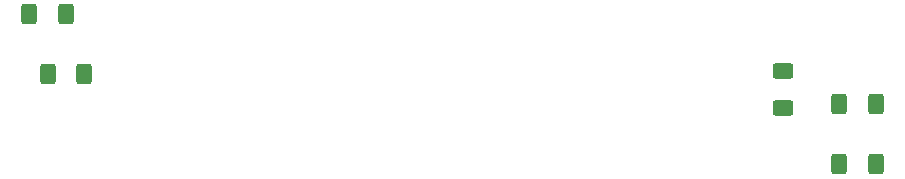
<source format=gbr>
%TF.GenerationSoftware,KiCad,Pcbnew,(6.0.5)*%
%TF.CreationDate,2023-05-16T23:55:54-04:00*%
%TF.ProjectId,as3340_no_mux,61733333-3430-45f6-9e6f-5f6d75782e6b,rev?*%
%TF.SameCoordinates,Original*%
%TF.FileFunction,Paste,Bot*%
%TF.FilePolarity,Positive*%
%FSLAX46Y46*%
G04 Gerber Fmt 4.6, Leading zero omitted, Abs format (unit mm)*
G04 Created by KiCad (PCBNEW (6.0.5)) date 2023-05-16 23:55:54*
%MOMM*%
%LPD*%
G01*
G04 APERTURE LIST*
G04 Aperture macros list*
%AMRoundRect*
0 Rectangle with rounded corners*
0 $1 Rounding radius*
0 $2 $3 $4 $5 $6 $7 $8 $9 X,Y pos of 4 corners*
0 Add a 4 corners polygon primitive as box body*
4,1,4,$2,$3,$4,$5,$6,$7,$8,$9,$2,$3,0*
0 Add four circle primitives for the rounded corners*
1,1,$1+$1,$2,$3*
1,1,$1+$1,$4,$5*
1,1,$1+$1,$6,$7*
1,1,$1+$1,$8,$9*
0 Add four rect primitives between the rounded corners*
20,1,$1+$1,$2,$3,$4,$5,0*
20,1,$1+$1,$4,$5,$6,$7,0*
20,1,$1+$1,$6,$7,$8,$9,0*
20,1,$1+$1,$8,$9,$2,$3,0*%
G04 Aperture macros list end*
%ADD10RoundRect,0.250000X-0.400000X-0.625000X0.400000X-0.625000X0.400000X0.625000X-0.400000X0.625000X0*%
%ADD11RoundRect,0.250000X0.400000X0.625000X-0.400000X0.625000X-0.400000X-0.625000X0.400000X-0.625000X0*%
%ADD12RoundRect,0.250000X-0.625000X0.400000X-0.625000X-0.400000X0.625000X-0.400000X0.625000X0.400000X0*%
G04 APERTURE END LIST*
D10*
%TO.C,R20*%
X55600000Y-119380000D03*
X58700000Y-119380000D03*
%TD*%
D11*
%TO.C,R24*%
X60250000Y-124460000D03*
X57150000Y-124460000D03*
%TD*%
D10*
%TO.C,R67*%
X124180000Y-132080000D03*
X127280000Y-132080000D03*
%TD*%
D12*
%TO.C,R34*%
X119380000Y-124180000D03*
X119380000Y-127280000D03*
%TD*%
D10*
%TO.C,R3*%
X124180000Y-127000000D03*
X127280000Y-127000000D03*
%TD*%
M02*

</source>
